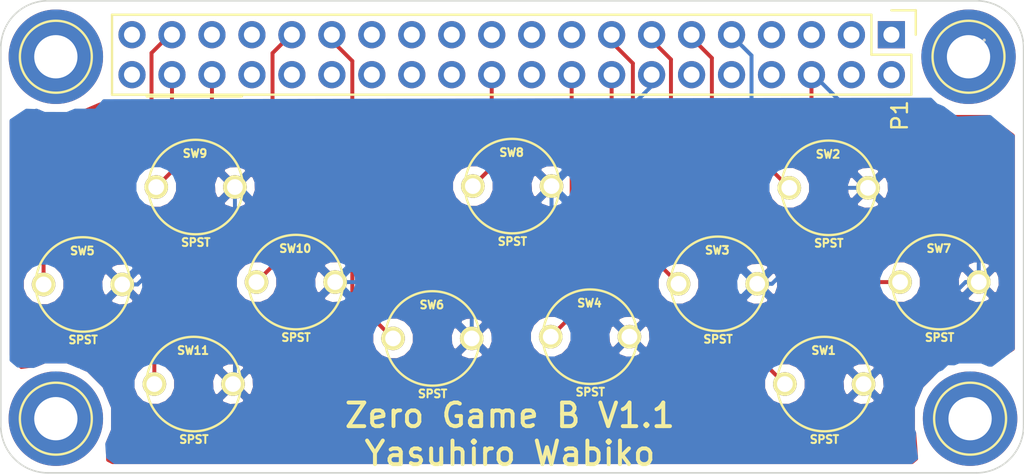
<source format=kicad_pcb>
(kicad_pcb (version 4) (host pcbnew 4.0.4-stable)

  (general
    (links 24)
    (no_connects 0)
    (area 148.451099 74.953599 213.551101 105.053601)
    (thickness 1.6)
    (drawings 15)
    (tracks 117)
    (zones 0)
    (modules 16)
    (nets 39)
  )

  (page A4)
  (layers
    (0 F.Cu signal)
    (31 B.Cu signal)
    (32 B.Adhes user hide)
    (33 F.Adhes user hide)
    (34 B.Paste user hide)
    (35 F.Paste user hide)
    (36 B.SilkS user)
    (37 F.SilkS user)
    (38 B.Mask user)
    (39 F.Mask user)
    (40 Dwgs.User user hide)
    (41 Cmts.User user hide)
    (42 Eco1.User user hide)
    (43 Eco2.User user hide)
    (44 Edge.Cuts user)
    (45 Margin user hide)
    (46 B.CrtYd user hide)
    (47 F.CrtYd user hide)
    (48 B.Fab user hide)
    (49 F.Fab user hide)
  )

  (setup
    (last_trace_width 0.25)
    (trace_clearance 0.2)
    (zone_clearance 0.508)
    (zone_45_only no)
    (trace_min 0.2)
    (segment_width 0.2)
    (edge_width 0.15)
    (via_size 0.6)
    (via_drill 0.4)
    (via_min_size 0.4)
    (via_min_drill 0.3)
    (uvia_size 0.3)
    (uvia_drill 0.1)
    (uvias_allowed no)
    (uvia_min_size 0.2)
    (uvia_min_drill 0.1)
    (pcb_text_width 0.3)
    (pcb_text_size 1.5 1.5)
    (mod_edge_width 0.15)
    (mod_text_size 1 1)
    (mod_text_width 0.15)
    (pad_size 6 6)
    (pad_drill 2.75)
    (pad_to_mask_clearance 0.2)
    (aux_axis_origin 148.5 105.06)
    (grid_origin 50.8 99.06)
    (visible_elements 7FFFFFFF)
    (pcbplotparams
      (layerselection 0x010f0_80000001)
      (usegerberextensions true)
      (excludeedgelayer true)
      (linewidth 0.100000)
      (plotframeref false)
      (viasonmask false)
      (mode 1)
      (useauxorigin false)
      (hpglpennumber 1)
      (hpglpenspeed 20)
      (hpglpendiameter 15)
      (hpglpenoverlay 2)
      (psnegative false)
      (psa4output false)
      (plotreference true)
      (plotvalue true)
      (plotinvisibletext false)
      (padsonsilk false)
      (subtractmaskfromsilk false)
      (outputformat 1)
      (mirror false)
      (drillshape 0)
      (scaleselection 1)
      (outputdirectory ""))
  )

  (net 0 "")
  (net 1 "Net-(P1-Pad1)")
  (net 2 "Net-(P1-Pad4)")
  (net 3 "Net-(P1-Pad7)")
  (net 4 "Net-(P1-Pad8)")
  (net 5 "Net-(P1-Pad10)")
  (net 6 "Net-(P1-Pad11)")
  (net 7 "Net-(P1-Pad12)")
  (net 8 "Net-(P1-Pad13)")
  (net 9 "Net-(P1-Pad15)")
  (net 10 "Net-(P1-Pad16)")
  (net 11 "Net-(P1-Pad17)")
  (net 12 "Net-(P1-Pad18)")
  (net 13 "Net-(P1-Pad19)")
  (net 14 "Net-(P1-Pad20)")
  (net 15 "Net-(P1-Pad21)")
  (net 16 "Net-(P1-Pad22)")
  (net 17 "Net-(P1-Pad23)")
  (net 18 "Net-(P1-Pad24)")
  (net 19 "Net-(P1-Pad26)")
  (net 20 "Net-(P1-Pad27)")
  (net 21 "Net-(P1-Pad28)")
  (net 22 "Net-(P1-Pad29)")
  (net 23 "Net-(P1-Pad30)")
  (net 24 "Net-(P1-Pad31)")
  (net 25 "Net-(P1-Pad32)")
  (net 26 "Net-(P1-Pad33)")
  (net 27 "Net-(P1-Pad35)")
  (net 28 "Net-(P1-Pad36)")
  (net 29 "Net-(P1-Pad37)")
  (net 30 "Net-(P1-Pad38)")
  (net 31 "Net-(P1-Pad40)")
  (net 32 "Net-(P1-Pad2)")
  (net 33 "Net-(P1-Pad3)")
  (net 34 "Net-(P1-Pad5)")
  (net 35 GNDD)
  (net 36 "Net-(P1-Pad25)")
  (net 37 "Net-(P1-Pad34)")
  (net 38 "Net-(P1-Pad39)")

  (net_class Default "This is the default net class."
    (clearance 0.2)
    (trace_width 0.25)
    (via_dia 0.6)
    (via_drill 0.4)
    (uvia_dia 0.3)
    (uvia_drill 0.1)
    (add_net GNDD)
    (add_net "Net-(P1-Pad1)")
    (add_net "Net-(P1-Pad10)")
    (add_net "Net-(P1-Pad11)")
    (add_net "Net-(P1-Pad12)")
    (add_net "Net-(P1-Pad13)")
    (add_net "Net-(P1-Pad15)")
    (add_net "Net-(P1-Pad16)")
    (add_net "Net-(P1-Pad17)")
    (add_net "Net-(P1-Pad18)")
    (add_net "Net-(P1-Pad19)")
    (add_net "Net-(P1-Pad2)")
    (add_net "Net-(P1-Pad20)")
    (add_net "Net-(P1-Pad21)")
    (add_net "Net-(P1-Pad22)")
    (add_net "Net-(P1-Pad23)")
    (add_net "Net-(P1-Pad24)")
    (add_net "Net-(P1-Pad25)")
    (add_net "Net-(P1-Pad26)")
    (add_net "Net-(P1-Pad27)")
    (add_net "Net-(P1-Pad28)")
    (add_net "Net-(P1-Pad29)")
    (add_net "Net-(P1-Pad3)")
    (add_net "Net-(P1-Pad30)")
    (add_net "Net-(P1-Pad31)")
    (add_net "Net-(P1-Pad32)")
    (add_net "Net-(P1-Pad33)")
    (add_net "Net-(P1-Pad34)")
    (add_net "Net-(P1-Pad35)")
    (add_net "Net-(P1-Pad36)")
    (add_net "Net-(P1-Pad37)")
    (add_net "Net-(P1-Pad38)")
    (add_net "Net-(P1-Pad39)")
    (add_net "Net-(P1-Pad4)")
    (add_net "Net-(P1-Pad40)")
    (add_net "Net-(P1-Pad5)")
    (add_net "Net-(P1-Pad7)")
    (add_net "Net-(P1-Pad8)")
  )

  (module Connect:1pin (layer F.Cu) (tedit 582FC725) (tstamp 582E59D8)
    (at 152 78.56)
    (descr "module 1 pin (ou trou mecanique de percage)")
    (tags DEV)
    (fp_text reference "" (at 0 -3.048) (layer F.SilkS)
      (effects (font (size 1 1) (thickness 0.15)))
    )
    (fp_text value 1pin (at 0 2.794) (layer F.Fab)
      (effects (font (size 1 1) (thickness 0.15)))
    )
    (fp_circle (center 0 0) (end 0 -2.286) (layer F.SilkS) (width 0.15))
    (pad "" np_thru_hole circle (at 0 0) (size 6 6) (drill 2.75) (layers *.Cu *.Mask))
  )

  (module Connect:1pin (layer F.Cu) (tedit 582FC72B) (tstamp 582E59CD)
    (at 152 101.56)
    (descr "module 1 pin (ou trou mecanique de percage)")
    (tags DEV)
    (fp_text reference "" (at 0 -3.048) (layer F.SilkS)
      (effects (font (size 1 1) (thickness 0.15)))
    )
    (fp_text value 1pin (at 0 2.794) (layer F.Fab)
      (effects (font (size 1 1) (thickness 0.15)))
    )
    (fp_circle (center 0 0) (end 0 -2.286) (layer F.SilkS) (width 0.15))
    (pad "" np_thru_hole circle (at 0 0) (size 6 6) (drill 2.75) (layers *.Cu *.Mask))
  )

  (module Connect:1pin (layer F.Cu) (tedit 582FC71D) (tstamp 582E589D)
    (at 210.1 101.56)
    (descr "module 1 pin (ou trou mecanique de percage)")
    (tags DEV)
    (fp_text reference "" (at 0 -3.048) (layer F.SilkS)
      (effects (font (size 1 1) (thickness 0.15)))
    )
    (fp_text value 1pin (at 0 2.794) (layer F.Fab)
      (effects (font (size 1 1) (thickness 0.15)))
    )
    (fp_circle (center 0 0) (end 0 -2.286) (layer F.SilkS) (width 0.15))
    (pad "" np_thru_hole circle (at 0 0) (size 6 6) (drill 2.75) (layers *.Cu *.Mask))
  )

  (module Pin_Headers:Pin_Header_Straight_2x20 (layer F.Cu) (tedit 58942D66) (tstamp 582E4CF6)
    (at 205.1 77.16 270)
    (descr "Through hole pin header")
    (tags "pin header")
    (path /582E40D1)
    (fp_text reference P1 (at 5.14 -0.53 270) (layer F.SilkS)
      (effects (font (size 1 1) (thickness 0.15)))
    )
    (fp_text value CONN_02X20 (at 0 -3.1 270) (layer F.Fab)
      (effects (font (size 1 1) (thickness 0.15)))
    )
    (fp_line (start -1.75 -1.75) (end -1.75 50.05) (layer F.CrtYd) (width 0.05))
    (fp_line (start 4.3 -1.75) (end 4.3 50.05) (layer F.CrtYd) (width 0.05))
    (fp_line (start -1.75 -1.75) (end 4.3 -1.75) (layer F.CrtYd) (width 0.05))
    (fp_line (start -1.75 50.05) (end 4.3 50.05) (layer F.CrtYd) (width 0.05))
    (fp_line (start 3.81 49.53) (end 3.81 -1.27) (layer F.SilkS) (width 0.15))
    (fp_line (start -1.27 1.27) (end -1.27 49.53) (layer F.SilkS) (width 0.15))
    (fp_line (start 3.81 49.53) (end -1.27 49.53) (layer F.SilkS) (width 0.15))
    (fp_line (start 3.81 -1.27) (end 1.27 -1.27) (layer F.SilkS) (width 0.15))
    (fp_line (start 0 -1.55) (end -1.55 -1.55) (layer F.SilkS) (width 0.15))
    (fp_line (start 1.27 -1.27) (end 1.27 1.27) (layer F.SilkS) (width 0.15))
    (fp_line (start 1.27 1.27) (end -1.27 1.27) (layer F.SilkS) (width 0.15))
    (fp_line (start -1.55 -1.55) (end -1.55 0) (layer F.SilkS) (width 0.15))
    (pad 1 thru_hole rect (at 0 0 270) (size 1.7272 1.7272) (drill 1.016) (layers *.Cu *.Mask)
      (net 1 "Net-(P1-Pad1)"))
    (pad 2 thru_hole oval (at 2.54 0 270) (size 1.7272 1.7272) (drill 1.016) (layers *.Cu *.Mask)
      (net 32 "Net-(P1-Pad2)"))
    (pad 3 thru_hole oval (at 0 2.54 270) (size 1.7272 1.7272) (drill 1.016) (layers *.Cu *.Mask)
      (net 33 "Net-(P1-Pad3)"))
    (pad 4 thru_hole oval (at 2.54 2.54 270) (size 1.7272 1.7272) (drill 1.016) (layers *.Cu *.Mask)
      (net 2 "Net-(P1-Pad4)"))
    (pad 5 thru_hole oval (at 0 5.08 270) (size 1.7272 1.7272) (drill 1.016) (layers *.Cu *.Mask)
      (net 34 "Net-(P1-Pad5)"))
    (pad 6 thru_hole oval (at 2.54 5.08 270) (size 1.7272 1.7272) (drill 1.016) (layers *.Cu *.Mask)
      (net 35 GNDD))
    (pad 7 thru_hole oval (at 0 7.62 270) (size 1.7272 1.7272) (drill 1.016) (layers *.Cu *.Mask)
      (net 3 "Net-(P1-Pad7)"))
    (pad 8 thru_hole oval (at 2.54 7.62 270) (size 1.7272 1.7272) (drill 1.016) (layers *.Cu *.Mask)
      (net 4 "Net-(P1-Pad8)"))
    (pad 9 thru_hole oval (at 0 10.16 270) (size 1.7272 1.7272) (drill 1.016) (layers *.Cu *.Mask)
      (net 35 GNDD))
    (pad 10 thru_hole oval (at 2.54 10.16 270) (size 1.7272 1.7272) (drill 1.016) (layers *.Cu *.Mask)
      (net 5 "Net-(P1-Pad10)"))
    (pad 11 thru_hole oval (at 0 12.7 270) (size 1.7272 1.7272) (drill 1.016) (layers *.Cu *.Mask)
      (net 6 "Net-(P1-Pad11)"))
    (pad 12 thru_hole oval (at 2.54 12.7 270) (size 1.7272 1.7272) (drill 1.016) (layers *.Cu *.Mask)
      (net 7 "Net-(P1-Pad12)"))
    (pad 13 thru_hole oval (at 0 15.24 270) (size 1.7272 1.7272) (drill 1.016) (layers *.Cu *.Mask)
      (net 8 "Net-(P1-Pad13)"))
    (pad 14 thru_hole oval (at 2.54 15.24 270) (size 1.7272 1.7272) (drill 1.016) (layers *.Cu *.Mask)
      (net 35 GNDD))
    (pad 15 thru_hole oval (at 0 17.78 270) (size 1.7272 1.7272) (drill 1.016) (layers *.Cu *.Mask)
      (net 9 "Net-(P1-Pad15)"))
    (pad 16 thru_hole oval (at 2.54 17.78 270) (size 1.7272 1.7272) (drill 1.016) (layers *.Cu *.Mask)
      (net 10 "Net-(P1-Pad16)"))
    (pad 17 thru_hole oval (at 0 20.32 270) (size 1.7272 1.7272) (drill 1.016) (layers *.Cu *.Mask)
      (net 11 "Net-(P1-Pad17)"))
    (pad 18 thru_hole oval (at 2.54 20.32 270) (size 1.7272 1.7272) (drill 1.016) (layers *.Cu *.Mask)
      (net 12 "Net-(P1-Pad18)"))
    (pad 19 thru_hole oval (at 0 22.86 270) (size 1.7272 1.7272) (drill 1.016) (layers *.Cu *.Mask)
      (net 13 "Net-(P1-Pad19)"))
    (pad 20 thru_hole oval (at 2.54 22.86 270) (size 1.7272 1.7272) (drill 1.016) (layers *.Cu *.Mask)
      (net 14 "Net-(P1-Pad20)"))
    (pad 21 thru_hole oval (at 0 25.4 270) (size 1.7272 1.7272) (drill 1.016) (layers *.Cu *.Mask)
      (net 15 "Net-(P1-Pad21)"))
    (pad 22 thru_hole oval (at 2.54 25.4 270) (size 1.7272 1.7272) (drill 1.016) (layers *.Cu *.Mask)
      (net 16 "Net-(P1-Pad22)"))
    (pad 23 thru_hole oval (at 0 27.94 270) (size 1.7272 1.7272) (drill 1.016) (layers *.Cu *.Mask)
      (net 17 "Net-(P1-Pad23)"))
    (pad 24 thru_hole oval (at 2.54 27.94 270) (size 1.7272 1.7272) (drill 1.016) (layers *.Cu *.Mask)
      (net 18 "Net-(P1-Pad24)"))
    (pad 25 thru_hole oval (at 0 30.48 270) (size 1.7272 1.7272) (drill 1.016) (layers *.Cu *.Mask)
      (net 36 "Net-(P1-Pad25)"))
    (pad 26 thru_hole oval (at 2.54 30.48 270) (size 1.7272 1.7272) (drill 1.016) (layers *.Cu *.Mask)
      (net 19 "Net-(P1-Pad26)"))
    (pad 27 thru_hole oval (at 0 33.02 270) (size 1.7272 1.7272) (drill 1.016) (layers *.Cu *.Mask)
      (net 20 "Net-(P1-Pad27)"))
    (pad 28 thru_hole oval (at 2.54 33.02 270) (size 1.7272 1.7272) (drill 1.016) (layers *.Cu *.Mask)
      (net 21 "Net-(P1-Pad28)"))
    (pad 29 thru_hole oval (at 0 35.56 270) (size 1.7272 1.7272) (drill 1.016) (layers *.Cu *.Mask)
      (net 22 "Net-(P1-Pad29)"))
    (pad 30 thru_hole oval (at 2.54 35.56 270) (size 1.7272 1.7272) (drill 1.016) (layers *.Cu *.Mask)
      (net 23 "Net-(P1-Pad30)"))
    (pad 31 thru_hole oval (at 0 38.1 270) (size 1.7272 1.7272) (drill 1.016) (layers *.Cu *.Mask)
      (net 24 "Net-(P1-Pad31)"))
    (pad 32 thru_hole oval (at 2.54 38.1 270) (size 1.7272 1.7272) (drill 1.016) (layers *.Cu *.Mask)
      (net 25 "Net-(P1-Pad32)"))
    (pad 33 thru_hole oval (at 0 40.64 270) (size 1.7272 1.7272) (drill 1.016) (layers *.Cu *.Mask)
      (net 26 "Net-(P1-Pad33)"))
    (pad 34 thru_hole oval (at 2.54 40.64 270) (size 1.7272 1.7272) (drill 1.016) (layers *.Cu *.Mask)
      (net 37 "Net-(P1-Pad34)"))
    (pad 35 thru_hole oval (at 0 43.18 270) (size 1.7272 1.7272) (drill 1.016) (layers *.Cu *.Mask)
      (net 27 "Net-(P1-Pad35)"))
    (pad 36 thru_hole oval (at 2.54 43.18 270) (size 1.7272 1.7272) (drill 1.016) (layers *.Cu *.Mask)
      (net 28 "Net-(P1-Pad36)"))
    (pad 37 thru_hole oval (at 0 45.72 270) (size 1.7272 1.7272) (drill 1.016) (layers *.Cu *.Mask)
      (net 29 "Net-(P1-Pad37)"))
    (pad 38 thru_hole oval (at 2.54 45.72 270) (size 1.7272 1.7272) (drill 1.016) (layers *.Cu *.Mask)
      (net 30 "Net-(P1-Pad38)"))
    (pad 39 thru_hole oval (at 0 48.26 270) (size 1.7272 1.7272) (drill 1.016) (layers *.Cu *.Mask)
      (net 38 "Net-(P1-Pad39)"))
    (pad 40 thru_hole oval (at 2.54 48.26 270) (size 1.7272 1.7272) (drill 1.016) (layers *.Cu *.Mask)
      (net 31 "Net-(P1-Pad40)"))
    (model Pin_Headers.3dshapes/Pin_Header_Straight_2x20.wrl
      (at (xyz 0.05 -0.95 0))
      (scale (xyz 1 1 1))
      (rotate (xyz 0 0 90))
    )
  )

  (module Connect:1pin (layer F.Cu) (tedit 582FC714) (tstamp 582E53DD)
    (at 210 78.56)
    (descr "module 1 pin (ou trou mecanique de percage)")
    (tags DEV)
    (fp_text reference "" (at 0 -3.048) (layer F.SilkS)
      (effects (font (size 1 1) (thickness 0.15)))
    )
    (fp_text value 1pin (at 0 2.794) (layer F.Fab)
      (effects (font (size 1 1) (thickness 0.15)))
    )
    (fp_circle (center 0 0) (end 0 -2.286) (layer F.SilkS) (width 0.15))
    (pad "" np_thru_hole circle (at 0 0) (size 6 6) (drill 2.75) (layers *.Cu *.Mask))
  )

  (module brunoeagle:EVQ11 (layer F.Cu) (tedit 53CFD116) (tstamp 58942982)
    (at 200.83 99.36)
    (path /5840B646)
    (fp_text reference SW1 (at -0.0381 -2.1336) (layer F.SilkS)
      (effects (font (size 0.5 0.5) (thickness 0.125)))
    )
    (fp_text value SPST (at 0.0127 3.52044) (layer F.SilkS)
      (effects (font (size 0.5 0.5) (thickness 0.125)))
    )
    (fp_circle (center 0 0) (end 3.00228 0) (layer F.SilkS) (width 0.15))
    (pad 2 thru_hole circle (at 2.5 0) (size 1.5 1.5) (drill 1) (layers *.Cu *.Mask F.SilkS)
      (net 35 GNDD))
    (pad 1 thru_hole circle (at -2.5 0) (size 1.5 1.5) (drill 1) (layers *.Cu *.Mask F.SilkS)
      (net 9 "Net-(P1-Pad15)"))
  )

  (module brunoeagle:EVQ11 (layer F.Cu) (tedit 53CFD116) (tstamp 58942988)
    (at 201.11 86.89)
    (path /5840B676)
    (fp_text reference SW2 (at -0.0381 -2.1336) (layer F.SilkS)
      (effects (font (size 0.5 0.5) (thickness 0.125)))
    )
    (fp_text value SPST (at 0.0127 3.52044) (layer F.SilkS)
      (effects (font (size 0.5 0.5) (thickness 0.125)))
    )
    (fp_circle (center 0 0) (end 3.00228 0) (layer F.SilkS) (width 0.15))
    (pad 2 thru_hole circle (at 2.5 0) (size 1.5 1.5) (drill 1) (layers *.Cu *.Mask F.SilkS)
      (net 35 GNDD))
    (pad 1 thru_hole circle (at -2.5 0) (size 1.5 1.5) (drill 1) (layers *.Cu *.Mask F.SilkS)
      (net 6 "Net-(P1-Pad11)"))
  )

  (module brunoeagle:EVQ11 (layer F.Cu) (tedit 53CFD116) (tstamp 5894298E)
    (at 194.07 92.99)
    (path /5840B6C0)
    (fp_text reference SW3 (at -0.0381 -2.1336) (layer F.SilkS)
      (effects (font (size 0.5 0.5) (thickness 0.125)))
    )
    (fp_text value SPST (at 0.0127 3.52044) (layer F.SilkS)
      (effects (font (size 0.5 0.5) (thickness 0.125)))
    )
    (fp_circle (center 0 0) (end 3.00228 0) (layer F.SilkS) (width 0.15))
    (pad 2 thru_hole circle (at 2.5 0) (size 1.5 1.5) (drill 1) (layers *.Cu *.Mask F.SilkS)
      (net 35 GNDD))
    (pad 1 thru_hole circle (at -2.5 0) (size 1.5 1.5) (drill 1) (layers *.Cu *.Mask F.SilkS)
      (net 10 "Net-(P1-Pad16)"))
  )

  (module brunoeagle:EVQ11 (layer F.Cu) (tedit 53CFD116) (tstamp 58942994)
    (at 185.95 96.35)
    (path /5840B704)
    (fp_text reference SW4 (at -0.0381 -2.1336) (layer F.SilkS)
      (effects (font (size 0.5 0.5) (thickness 0.125)))
    )
    (fp_text value SPST (at 0.0127 3.52044) (layer F.SilkS)
      (effects (font (size 0.5 0.5) (thickness 0.125)))
    )
    (fp_circle (center 0 0) (end 3.00228 0) (layer F.SilkS) (width 0.15))
    (pad 2 thru_hole circle (at 2.5 0) (size 1.5 1.5) (drill 1) (layers *.Cu *.Mask F.SilkS)
      (net 35 GNDD))
    (pad 1 thru_hole circle (at -2.5 0) (size 1.5 1.5) (drill 1) (layers *.Cu *.Mask F.SilkS)
      (net 12 "Net-(P1-Pad18)"))
  )

  (module brunoeagle:EVQ11 (layer F.Cu) (tedit 53CFD116) (tstamp 5894299A)
    (at 153.72 93.03)
    (path /5840B73D)
    (fp_text reference SW5 (at -0.0381 -2.1336) (layer F.SilkS)
      (effects (font (size 0.5 0.5) (thickness 0.125)))
    )
    (fp_text value SPST (at 0.0127 3.52044) (layer F.SilkS)
      (effects (font (size 0.5 0.5) (thickness 0.125)))
    )
    (fp_circle (center 0 0) (end 3.00228 0) (layer F.SilkS) (width 0.15))
    (pad 2 thru_hole circle (at 2.5 0) (size 1.5 1.5) (drill 1) (layers *.Cu *.Mask F.SilkS)
      (net 35 GNDD))
    (pad 1 thru_hole circle (at -2.5 0) (size 1.5 1.5) (drill 1) (layers *.Cu *.Mask F.SilkS)
      (net 29 "Net-(P1-Pad37)"))
  )

  (module brunoeagle:EVQ11 (layer F.Cu) (tedit 53CFD116) (tstamp 589429A0)
    (at 175.93 96.46)
    (path /5840B77F)
    (fp_text reference SW6 (at -0.0381 -2.1336) (layer F.SilkS)
      (effects (font (size 0.5 0.5) (thickness 0.125)))
    )
    (fp_text value SPST (at 0.0127 3.52044) (layer F.SilkS)
      (effects (font (size 0.5 0.5) (thickness 0.125)))
    )
    (fp_circle (center 0 0) (end 3.00228 0) (layer F.SilkS) (width 0.15))
    (pad 2 thru_hole circle (at 2.5 0) (size 1.5 1.5) (drill 1) (layers *.Cu *.Mask F.SilkS)
      (net 35 GNDD))
    (pad 1 thru_hole circle (at -2.5 0) (size 1.5 1.5) (drill 1) (layers *.Cu *.Mask F.SilkS)
      (net 22 "Net-(P1-Pad29)"))
  )

  (module brunoeagle:EVQ11 (layer F.Cu) (tedit 53CFD116) (tstamp 589429A6)
    (at 208.15 92.88)
    (path /5840B167)
    (fp_text reference SW7 (at -0.0381 -2.1336) (layer F.SilkS)
      (effects (font (size 0.5 0.5) (thickness 0.125)))
    )
    (fp_text value SPST (at 0.0127 3.52044) (layer F.SilkS)
      (effects (font (size 0.5 0.5) (thickness 0.125)))
    )
    (fp_circle (center 0 0) (end 3.00228 0) (layer F.SilkS) (width 0.15))
    (pad 2 thru_hole circle (at 2.5 0) (size 1.5 1.5) (drill 1) (layers *.Cu *.Mask F.SilkS)
      (net 35 GNDD))
    (pad 1 thru_hole circle (at -2.5 0) (size 1.5 1.5) (drill 1) (layers *.Cu *.Mask F.SilkS)
      (net 8 "Net-(P1-Pad13)"))
  )

  (module brunoeagle:EVQ11 (layer F.Cu) (tedit 53CFD116) (tstamp 589429AC)
    (at 181 86.78)
    (path /584104A2)
    (fp_text reference SW8 (at -0.0381 -2.1336) (layer F.SilkS)
      (effects (font (size 0.5 0.5) (thickness 0.125)))
    )
    (fp_text value SPST (at 0.0127 3.52044) (layer F.SilkS)
      (effects (font (size 0.5 0.5) (thickness 0.125)))
    )
    (fp_circle (center 0 0) (end 3.00228 0) (layer F.SilkS) (width 0.15))
    (pad 2 thru_hole circle (at 2.5 0) (size 1.5 1.5) (drill 1) (layers *.Cu *.Mask F.SilkS)
      (net 35 GNDD))
    (pad 1 thru_hole circle (at -2.5 0) (size 1.5 1.5) (drill 1) (layers *.Cu *.Mask F.SilkS)
      (net 16 "Net-(P1-Pad22)"))
  )

  (module brunoeagle:EVQ11 (layer F.Cu) (tedit 53CFD116) (tstamp 589429B2)
    (at 160.88 86.84)
    (path /58410462)
    (fp_text reference SW9 (at -0.0381 -2.1336) (layer F.SilkS)
      (effects (font (size 0.5 0.5) (thickness 0.125)))
    )
    (fp_text value SPST (at 0.0127 3.52044) (layer F.SilkS)
      (effects (font (size 0.5 0.5) (thickness 0.125)))
    )
    (fp_circle (center 0 0) (end 3.00228 0) (layer F.SilkS) (width 0.15))
    (pad 2 thru_hole circle (at 2.5 0) (size 1.5 1.5) (drill 1) (layers *.Cu *.Mask F.SilkS)
      (net 35 GNDD))
    (pad 1 thru_hole circle (at -2.5 0) (size 1.5 1.5) (drill 1) (layers *.Cu *.Mask F.SilkS)
      (net 28 "Net-(P1-Pad36)"))
  )

  (module brunoeagle:EVQ11 (layer F.Cu) (tedit 53CFD116) (tstamp 589429B8)
    (at 167.25 92.88)
    (path /58410D6B)
    (fp_text reference SW10 (at -0.0381 -2.1336) (layer F.SilkS)
      (effects (font (size 0.5 0.5) (thickness 0.125)))
    )
    (fp_text value SPST (at 0.0127 3.52044) (layer F.SilkS)
      (effects (font (size 0.5 0.5) (thickness 0.125)))
    )
    (fp_circle (center 0 0) (end 3.00228 0) (layer F.SilkS) (width 0.15))
    (pad 2 thru_hole circle (at 2.5 0) (size 1.5 1.5) (drill 1) (layers *.Cu *.Mask F.SilkS)
      (net 35 GNDD))
    (pad 1 thru_hole circle (at -2.5 0) (size 1.5 1.5) (drill 1) (layers *.Cu *.Mask F.SilkS)
      (net 24 "Net-(P1-Pad31)"))
  )

  (module brunoeagle:EVQ11 (layer F.Cu) (tedit 53CFD116) (tstamp 589429BE)
    (at 160.76 99.36)
    (path /58410D0A)
    (fp_text reference SW11 (at -0.0381 -2.1336) (layer F.SilkS)
      (effects (font (size 0.5 0.5) (thickness 0.125)))
    )
    (fp_text value SPST (at 0.0127 3.52044) (layer F.SilkS)
      (effects (font (size 0.5 0.5) (thickness 0.125)))
    )
    (fp_circle (center 0 0) (end 3.00228 0) (layer F.SilkS) (width 0.15))
    (pad 2 thru_hole circle (at 2.5 0) (size 1.5 1.5) (drill 1) (layers *.Cu *.Mask F.SilkS)
      (net 35 GNDD))
    (pad 1 thru_hole circle (at -2.5 0) (size 1.5 1.5) (drill 1) (layers *.Cu *.Mask F.SilkS)
      (net 30 "Net-(P1-Pad38)"))
  )

  (gr_line (start 157.8 81.06) (end 163.8 81.06) (angle 90) (layer F.SilkS) (width 0.2))
  (gr_text "Zero Game B V1.1\nYasuhiro Wabiko\n" (at 180.85 102.56) (layer F.SilkS)
    (effects (font (size 1.5 1.5) (thickness 0.25)))
  )
  (gr_line (start 152 78.46) (end 152 77.46) (angle 90) (layer B.SilkS) (width 0.2))
  (gr_line (start 148.5011 102.0036) (end 148.5011 78.0036) (layer Edge.Cuts) (width 0.1))
  (gr_line (start 210.5011 105.0036) (end 151.5011 105.0036) (layer Edge.Cuts) (width 0.1))
  (gr_line (start 213.5011 78.0036) (end 213.5011 102.0036) (layer Edge.Cuts) (width 0.1))
  (gr_line (start 151.5011 75.0036) (end 210.5011 75.0036) (layer Edge.Cuts) (width 0.1))
  (gr_arc (start 151.5011 78.0036) (end 151.5011 75.0036) (angle -90) (layer Edge.Cuts) (width 0.1))
  (gr_circle (center 152.0011 77.5036) (end 152.0011 77.5036) (layer Edge.Cuts) (width 0.1))
  (gr_arc (start 210.5011 78.0036) (end 213.5011 78.0036) (angle -90) (layer Edge.Cuts) (width 0.1))
  (gr_circle (center 211.0011 77.5036) (end 211.0011 77.5036) (layer Edge.Cuts) (width 0.1))
  (gr_arc (start 210.5011 102.0036) (end 210.5011 105.0036) (angle -90) (layer Edge.Cuts) (width 0.1))
  (gr_circle (center 211.0011 101.5036) (end 211.0011 101.5036) (layer Edge.Cuts) (width 0.1))
  (gr_arc (start 151.5011 102.0036) (end 148.5011 102.0036) (angle -90) (layer Edge.Cuts) (width 0.1))
  (gr_circle (center 152.0011 101.5036) (end 152.0011 101.5036) (layer Edge.Cuts) (width 0.1))

  (segment (start 202.62 79.76) (end 202.8 79.76) (width 0.25) (layer F.Cu) (net 2) (status 30))
  (segment (start 197.54 77.22) (end 197.54 77.32) (width 0.25) (layer B.Cu) (net 3) (status 30))
  (segment (start 197.48 79.7) (end 197.48 80.14) (width 0.25) (layer F.Cu) (net 4) (status 30))
  (segment (start 197.54 79.76) (end 197.54 80.22) (width 0.25) (layer F.Cu) (net 4) (status 30))
  (segment (start 192.4 77.16) (end 192.4 77.35) (width 0.25) (layer F.Cu) (net 6))
  (segment (start 192.4 77.35) (end 193.69 78.64) (width 0.25) (layer F.Cu) (net 6) (tstamp 58942C1A))
  (segment (start 193.69 81.97) (end 198.61 86.89) (width 0.25) (layer F.Cu) (net 6) (tstamp 58942C1D))
  (segment (start 193.69 78.64) (end 193.69 81.97) (width 0.25) (layer F.Cu) (net 6) (tstamp 58942C1B))
  (segment (start 192.4 77.16) (end 192.4 77.41) (width 0.25) (layer F.Cu) (net 6) (status 30))
  (segment (start 189.86 77.16) (end 189.86 77.5) (width 0.25) (layer F.Cu) (net 8))
  (segment (start 189.86 77.5) (end 191.09 78.73) (width 0.25) (layer F.Cu) (net 8) (tstamp 58942C11))
  (segment (start 201.17 92.88) (end 205.65 92.88) (width 0.25) (layer F.Cu) (net 8) (tstamp 58942C16))
  (segment (start 191.09 82.8) (end 201.17 92.88) (width 0.25) (layer F.Cu) (net 8) (tstamp 58942C14))
  (segment (start 191.09 78.73) (end 191.09 82.8) (width 0.25) (layer F.Cu) (net 8) (tstamp 58942C12))
  (segment (start 189.86 77.16) (end 189.86 77.42) (width 0.25) (layer F.Cu) (net 8) (status 30))
  (segment (start 187.32 77.16) (end 187.32 77.63) (width 0.25) (layer F.Cu) (net 9))
  (segment (start 187.32 77.63) (end 188.67 78.98) (width 0.25) (layer F.Cu) (net 9) (tstamp 58942C05))
  (segment (start 195 96.03) (end 198.33 99.36) (width 0.25) (layer F.Cu) (net 9) (tstamp 58942C0C))
  (segment (start 195 92.4) (end 195 96.03) (width 0.25) (layer F.Cu) (net 9) (tstamp 58942C0A))
  (segment (start 188.67 86.07) (end 195 92.4) (width 0.25) (layer F.Cu) (net 9) (tstamp 58942C08))
  (segment (start 188.67 78.98) (end 188.67 86.07) (width 0.25) (layer F.Cu) (net 9) (tstamp 58942C06))
  (segment (start 187.32 77.16) (end 187.32 77.29) (width 0.25) (layer F.Cu) (net 9) (status 30))
  (segment (start 187.32 79.7) (end 187.32 88.74) (width 0.25) (layer F.Cu) (net 10))
  (segment (start 187.32 88.74) (end 191.57 92.99) (width 0.25) (layer F.Cu) (net 10) (tstamp 58942C01))
  (segment (start 184.78 79.7) (end 184.78 95.02) (width 0.25) (layer F.Cu) (net 12))
  (segment (start 184.78 95.02) (end 183.45 96.35) (width 0.25) (layer F.Cu) (net 12) (tstamp 58942BFD))
  (segment (start 182.3 77.22) (end 182.56 77.22) (width 0.25) (layer F.Cu) (net 13) (status 30))
  (segment (start 182.3 77.22) (end 182.3 77.36) (width 0.25) (layer F.Cu) (net 13) (status 30))
  (segment (start 179.7 79.7) (end 179.7 85.58) (width 0.25) (layer F.Cu) (net 16))
  (segment (start 179.7 85.58) (end 178.5 86.78) (width 0.25) (layer F.Cu) (net 16) (tstamp 58942BF9))
  (segment (start 179.7 79.7) (end 179.7 80.26) (width 0.25) (layer F.Cu) (net 16) (status 30))
  (segment (start 177.22 77.22) (end 177.22 77.38) (width 0.25) (layer F.Cu) (net 17) (status 30))
  (segment (start 177.22 77.22) (end 177.26 77.22) (width 0.25) (layer F.Cu) (net 17) (status 30))
  (segment (start 174.68 79.76) (end 174.68 80.04) (width 0.25) (layer F.Cu) (net 19) (status 30))
  (segment (start 172.14 79.76) (end 172.14 80.3) (width 0.25) (layer B.Cu) (net 21) (status 30))
  (segment (start 172.14 79.76) (end 172.14 80.2) (width 0.25) (layer F.Cu) (net 21) (status 30))
  (segment (start 169.54 77.16) (end 169.54 77.53) (width 0.25) (layer F.Cu) (net 22))
  (segment (start 169.54 77.53) (end 170.84 78.83) (width 0.25) (layer F.Cu) (net 22) (tstamp 58942BF2))
  (segment (start 170.84 78.83) (end 170.84 93.87) (width 0.25) (layer F.Cu) (net 22) (tstamp 58942BF3))
  (segment (start 170.84 93.87) (end 173.43 96.46) (width 0.25) (layer F.Cu) (net 22) (tstamp 58942BF5))
  (segment (start 169.6 76.82) (end 169.86 76.82) (width 0.25) (layer F.Cu) (net 22) (status 30))
  (segment (start 169.6 76.82) (end 169.76 76.82) (width 0.25) (layer F.Cu) (net 22) (status 30))
  (segment (start 169.6 76.82) (end 170.16 76.82) (width 0.25) (layer F.Cu) (net 22) (status 30))
  (segment (start 169.6 77.22) (end 169.24 77.22) (width 0.25) (layer F.Cu) (net 22) (status 30))
  (segment (start 169.6 79.76) (end 169.6 80.16) (width 0.25) (layer F.Cu) (net 23) (status 30))
  (segment (start 169.6 79.76) (end 169.6 79.96) (width 0.25) (layer F.Cu) (net 23) (status 30))
  (segment (start 167 77.16) (end 166.94 77.16) (width 0.25) (layer F.Cu) (net 24))
  (segment (start 166.94 77.16) (end 165.77 78.33) (width 0.25) (layer F.Cu) (net 24) (tstamp 58942BEB))
  (segment (start 165.77 78.33) (end 165.77 91.86) (width 0.25) (layer F.Cu) (net 24) (tstamp 58942BEC))
  (segment (start 165.77 91.86) (end 164.75 92.88) (width 0.25) (layer F.Cu) (net 24) (tstamp 58942BEE))
  (segment (start 167.06 77.22) (end 167.06 77.42) (width 0.25) (layer F.Cu) (net 24) (status 30))
  (segment (start 164.52 77.22) (end 164.44 77.22) (width 0.25) (layer F.Cu) (net 26) (status 30))
  (segment (start 161.92 77.16) (end 161.92 77.54) (width 0.25) (layer F.Cu) (net 27) (status 30))
  (segment (start 161.98 76.94) (end 161.98 76.82) (width 0.25) (layer B.Cu) (net 27) (tstamp 582E586E) (status 30))
  (segment (start 161.98 76.82) (end 162.36 76.82) (width 0.25) (layer F.Cu) (net 27) (status 30))
  (segment (start 161.98 76.82) (end 161.64 76.82) (width 0.25) (layer F.Cu) (net 27) (status 30))
  (segment (start 161.92 79.7) (end 161.92 83.3) (width 0.25) (layer F.Cu) (net 28))
  (segment (start 161.92 83.3) (end 158.38 86.84) (width 0.25) (layer F.Cu) (net 28) (tstamp 58942BE7))
  (segment (start 161.98 79.36) (end 162 79.36) (width 0.25) (layer B.Cu) (net 28) (status 30))
  (segment (start 159.38 77.16) (end 159.24 77.16) (width 0.25) (layer F.Cu) (net 29))
  (segment (start 159.24 77.16) (end 158.08 78.32) (width 0.25) (layer F.Cu) (net 29) (tstamp 58942BD4))
  (segment (start 151.22 90.74) (end 151.22 93.03) (width 0.25) (layer F.Cu) (net 29) (tstamp 58942BD9))
  (segment (start 158.08 83.88) (end 151.22 90.74) (width 0.25) (layer F.Cu) (net 29) (tstamp 58942BD7))
  (segment (start 158.08 78.32) (end 158.08 83.88) (width 0.25) (layer F.Cu) (net 29) (tstamp 58942BD5))
  (segment (start 159.38 77.16) (end 159.3 77.16) (width 0.25) (layer F.Cu) (net 29) (status 30))
  (segment (start 159.38 79.7) (end 159.38 83.81) (width 0.25) (layer F.Cu) (net 30))
  (segment (start 158.26 92.68) (end 158.26 99.36) (width 0.25) (layer F.Cu) (net 30) (tstamp 58942BE3))
  (segment (start 156.88 91.3) (end 158.26 92.68) (width 0.25) (layer F.Cu) (net 30) (tstamp 58942BE1))
  (segment (start 156.88 86.31) (end 156.88 91.3) (width 0.25) (layer F.Cu) (net 30) (tstamp 58942BDF))
  (segment (start 159.38 83.81) (end 156.88 86.31) (width 0.25) (layer F.Cu) (net 30) (tstamp 58942BDD))
  (segment (start 159.44 80.42) (end 159.44 79.76) (width 0.25) (layer F.Cu) (net 30) (tstamp 58409E08) (status 30))
  (segment (start 159.44 79.76) (end 159.44 80.12) (width 0.25) (layer F.Cu) (net 30) (status 30))
  (segment (start 159.44 79.36) (end 159.44 79.5) (width 0.25) (layer B.Cu) (net 30) (status 30))
  (segment (start 205.16 79.76) (end 205.16 80.37) (width 0.25) (layer B.Cu) (net 32) (status 30))
  (segment (start 200.08 77.22) (end 200.16 77.22) (width 0.25) (layer F.Cu) (net 34) (status 30))
  (segment (start 200.08 77.22) (end 200.08 77.54) (width 0.25) (layer F.Cu) (net 34) (status 30))
  (segment (start 200.02 79.7) (end 200.02 83.3) (width 0.25) (layer F.Cu) (net 35))
  (segment (start 200.02 83.3) (end 203.61 86.89) (width 0.25) (layer F.Cu) (net 35) (tstamp 58942C4C))
  (segment (start 210.65 92.88) (end 209.81 92.88) (width 0.25) (layer B.Cu) (net 35))
  (segment (start 209.81 92.88) (end 203.33 99.36) (width 0.25) (layer B.Cu) (net 35) (tstamp 58942C49))
  (segment (start 196.57 92.99) (end 197.51 92.99) (width 0.25) (layer B.Cu) (net 35))
  (segment (start 197.51 92.99) (end 203.61 86.89) (width 0.25) (layer B.Cu) (net 35) (tstamp 58942C46))
  (segment (start 183.5 86.78) (end 183.5 91.4) (width 0.25) (layer B.Cu) (net 35))
  (segment (start 183.5 91.4) (end 188.45 96.35) (width 0.25) (layer B.Cu) (net 35) (tstamp 58942C42))
  (segment (start 169.75 92.88) (end 174.85 92.88) (width 0.25) (layer B.Cu) (net 35))
  (segment (start 174.85 92.88) (end 178.43 96.46) (width 0.25) (layer B.Cu) (net 35) (tstamp 58942C3B))
  (segment (start 178.43 96.46) (end 178.43 91.85) (width 0.25) (layer B.Cu) (net 35) (tstamp 58942C3D))
  (segment (start 178.43 91.85) (end 183.5 86.78) (width 0.25) (layer B.Cu) (net 35) (tstamp 58942C3E))
  (segment (start 163.38 86.84) (end 163.71 86.84) (width 0.25) (layer B.Cu) (net 35))
  (segment (start 163.71 86.84) (end 169.75 92.88) (width 0.25) (layer B.Cu) (net 35) (tstamp 58942C38))
  (segment (start 163.38 86.84) (end 163.38 99.24) (width 0.25) (layer B.Cu) (net 35))
  (segment (start 163.38 99.24) (end 163.26 99.36) (width 0.25) (layer B.Cu) (net 35) (tstamp 58942C35))
  (segment (start 156.22 93.03) (end 157.19 93.03) (width 0.25) (layer B.Cu) (net 35))
  (segment (start 157.19 93.03) (end 163.38 86.84) (width 0.25) (layer B.Cu) (net 35) (tstamp 58942C32))
  (segment (start 189.86 79.7) (end 189.86 80.42) (width 0.25) (layer B.Cu) (net 35))
  (segment (start 189.86 80.42) (end 183.5 86.78) (width 0.25) (layer B.Cu) (net 35) (tstamp 58942C2F))
  (segment (start 194.94 77.16) (end 194.94 77.21) (width 0.25) (layer B.Cu) (net 35))
  (segment (start 194.94 77.21) (end 196.21 78.48) (width 0.25) (layer B.Cu) (net 35) (tstamp 58942C26))
  (segment (start 196.21 78.48) (end 196.21 81.27) (width 0.25) (layer B.Cu) (net 35) (tstamp 58942C27))
  (segment (start 196.21 81.27) (end 201.83 86.89) (width 0.25) (layer B.Cu) (net 35) (tstamp 58942C29))
  (segment (start 201.83 86.89) (end 203.61 86.89) (width 0.25) (layer B.Cu) (net 35) (tstamp 58942C2B))
  (segment (start 200.02 79.7) (end 200.15 79.7) (width 0.25) (layer B.Cu) (net 35))
  (segment (start 200.15 79.7) (end 210.65 90.2) (width 0.25) (layer B.Cu) (net 35) (tstamp 58942C21))
  (segment (start 210.65 90.2) (end 210.65 92.88) (width 0.25) (layer B.Cu) (net 35) (tstamp 58942C22))
  (segment (start 194.94 77.16) (end 195 77.16) (width 0.25) (layer B.Cu) (net 35) (status 30))
  (segment (start 174.62 77.16) (end 174.6 77.16) (width 0.25) (layer F.Cu) (net 36) (status 30))
  (segment (start 174.68 77.22) (end 174.68 77.38) (width 0.25) (layer F.Cu) (net 36) (status 30))
  (segment (start 174.68 77.22) (end 175.06 77.22) (width 0.25) (layer F.Cu) (net 36) (status 30))
  (segment (start 164.46 79.7) (end 164.46 80.32) (width 0.25) (layer F.Cu) (net 37) (status 30))
  (segment (start 156.84 77.16) (end 156.84 77.17) (width 0.25) (layer B.Cu) (net 38) (status 30))
  (segment (start 156.9 76.82) (end 156.74 76.82) (width 0.25) (layer B.Cu) (net 38) (status 30))
  (segment (start 156.9 76.82) (end 157.16 76.82) (width 0.25) (layer B.Cu) (net 38) (status 30))
  (segment (start 156.9 77.22) (end 156.44 77.22) (width 0.25) (layer B.Cu) (net 38) (status 30))
  (segment (start 156.9 77.22) (end 156.54 77.22) (width 0.25) (layer B.Cu) (net 38) (status 30))
  (segment (start 156.9 77.22) (end 156.24 77.22) (width 0.25) (layer B.Cu) (net 38) (status 30))
  (segment (start 156.9 77.22) (end 156.84 77.22) (width 0.25) (layer B.Cu) (net 38) (status 30))
  (segment (start 156.9 77.22) (end 156.96 77.22) (width 0.25) (layer B.Cu) (net 38) (status 30))

  (zone (net 35) (net_name GNDD) (layer F.Cu) (tstamp 58405468) (hatch edge 0.508)
    (connect_pads (clearance 0.508))
    (min_thickness 0.254)
    (fill yes (arc_segments 16) (thermal_gap 0.508) (thermal_bridge_width 0.508))
    (polygon
      (pts
        (xy 208.9 82.26) (xy 211.3 82.26) (xy 213.4 83.86) (xy 213.3 96.96) (xy 211.6 98.06)
        (xy 208.8 97.96) (xy 207.8 98.86) (xy 207.9 98.86) (xy 207.283486 99.509541) (xy 207.25 99.61)
        (xy 207.241534 99.599418) (xy 206.65 101.01) (xy 206.65 102.16) (xy 206.75 103.46) (xy 206.8 104.16)
        (xy 205.95 104.86) (xy 202.25 104.81) (xy 202.170475 104.760297) (xy 159.503687 104.858157) (xy 159.3 104.96)
        (xy 158.7 104.86) (xy 156.4 104.86) (xy 155.2 104.26) (xy 155.1 100.66) (xy 154.625979 99.632954)
        (xy 153.4 98.06) (xy 150.8625 98.235) (xy 150.85 98.26) (xy 149.75 98.41) (xy 148.55 96.86)
        (xy 148.7 83.31) (xy 148.7 83.36) (xy 148.8 82.81) (xy 150.05 81.91) (xy 151.25 81.91)
        (xy 151.04375 82.14125) (xy 153.4 82.06) (xy 154.8 81.46) (xy 207.6 81.26)
      )
    )
    (polygon
      (pts        (xy 207.221705 99.574632) (xy 207.241534 99.599418) (xy 207.275851 99.517585)
      )
    )
    (filled_polygon
      (pts
        (xy 208.822567 82.360663) (xy 208.867831 82.382858) (xy 208.9 82.387) (xy 211.257132 82.387) (xy 212.8161 83.574785)
        (xy 212.8161 97.121844) (xy 211.564576 97.931654) (xy 208.804533 97.833081) (xy 208.754797 97.841317) (xy 208.715041 97.865602)
        (xy 207.715041 98.765602) (xy 207.685009 98.806093) (xy 207.675855 98.843732) (xy 207.020194 99.498249) (xy 206.465632 100.833782)
        (xy 206.46437 102.279874) (xy 206.547281 102.480534) (xy 206.623352 103.469454) (xy 206.668651 104.103647) (xy 206.407637 104.3186)
        (xy 155.601181 104.3186) (xy 155.324839 104.180429) (xy 155.294929 103.103677) (xy 155.634368 102.286218) (xy 155.63563 100.840126)
        (xy 155.0834 99.503628) (xy 154.061751 98.480194) (xy 153.805632 98.373844) (xy 153.500168 97.981928) (xy 153.461902 97.949107)
        (xy 153.391262 97.933301) (xy 152.83678 97.971541) (xy 152.726218 97.925632) (xy 151.280126 97.92437) (xy 150.742601 98.146471)
        (xy 149.805519 98.274254) (xy 149.1861 97.474172) (xy 149.1861 82.688502) (xy 150.090964 82.037) (xy 150.894798 82.037)
        (xy 150.947665 82.058952) (xy 150.92355 82.100251) (xy 150.917069 82.150246) (xy 150.93055 82.198823) (xy 150.961868 82.238329)
        (xy 151.006088 82.262537) (xy 151.048127 82.268175) (xy 153.404377 82.186925) (xy 153.450028 82.176731) (xy 154.826298 81.586901)
        (xy 157.32 81.577455) (xy 157.32 83.565198) (xy 150.682599 90.202599) (xy 150.517852 90.449161) (xy 150.46 90.74)
        (xy 150.46 91.845453) (xy 150.436485 91.855169) (xy 150.046539 92.244436) (xy 149.835241 92.753298) (xy 149.83476 93.304285)
        (xy 150.045169 93.813515) (xy 150.434436 94.203461) (xy 150.943298 94.414759) (xy 151.494285 94.41524) (xy 152.003515 94.204831)
        (xy 152.207183 94.001517) (xy 155.428088 94.001517) (xy 155.496077 94.24246) (xy 156.015171 94.427201) (xy 156.565448 94.39923)
        (xy 156.943923 94.24246) (xy 157.011912 94.001517) (xy 156.22 93.209605) (xy 155.428088 94.001517) (xy 152.207183 94.001517)
        (xy 152.393461 93.815564) (xy 152.604759 93.306702) (xy 152.605179 92.825171) (xy 154.822799 92.825171) (xy 154.85077 93.375448)
        (xy 155.00754 93.753923) (xy 155.248483 93.821912) (xy 156.040395 93.03) (xy 155.248483 92.238088) (xy 155.00754 92.306077)
        (xy 154.822799 92.825171) (xy 152.605179 92.825171) (xy 152.60524 92.755715) (xy 152.394831 92.246485) (xy 152.005564 91.856539)
        (xy 151.98 91.845924) (xy 151.98 91.054802) (xy 156.12 86.914802) (xy 156.12 91.3) (xy 156.177852 91.590839)
        (xy 156.213081 91.643562) (xy 155.874552 91.66077) (xy 155.496077 91.81754) (xy 155.428088 92.058483) (xy 156.22 92.850395)
        (xy 156.234143 92.836253) (xy 156.413748 93.015858) (xy 156.399605 93.03) (xy 157.191517 93.821912) (xy 157.43246 93.753923)
        (xy 157.5 93.564146) (xy 157.5 98.175453) (xy 157.476485 98.185169) (xy 157.086539 98.574436) (xy 156.875241 99.083298)
        (xy 156.87476 99.634285) (xy 157.085169 100.143515) (xy 157.474436 100.533461) (xy 157.983298 100.744759) (xy 158.534285 100.74524)
        (xy 159.043515 100.534831) (xy 159.247183 100.331517) (xy 162.468088 100.331517) (xy 162.536077 100.57246) (xy 163.055171 100.757201)
        (xy 163.605448 100.72923) (xy 163.983923 100.57246) (xy 164.051912 100.331517) (xy 163.26 99.539605) (xy 162.468088 100.331517)
        (xy 159.247183 100.331517) (xy 159.433461 100.145564) (xy 159.644759 99.636702) (xy 159.645179 99.155171) (xy 161.862799 99.155171)
        (xy 161.89077 99.705448) (xy 162.04754 100.083923) (xy 162.288483 100.151912) (xy 163.080395 99.36) (xy 163.439605 99.36)
        (xy 164.231517 100.151912) (xy 164.47246 100.083923) (xy 164.657201 99.564829) (xy 164.62923 99.014552) (xy 164.47246 98.636077)
        (xy 164.231517 98.568088) (xy 163.439605 99.36) (xy 163.080395 99.36) (xy 162.288483 98.568088) (xy 162.04754 98.636077)
        (xy 161.862799 99.155171) (xy 159.645179 99.155171) (xy 159.64524 99.085715) (xy 159.434831 98.576485) (xy 159.247157 98.388483)
        (xy 162.468088 98.388483) (xy 163.26 99.180395) (xy 164.051912 98.388483) (xy 163.983923 98.14754) (xy 163.464829 97.962799)
        (xy 162.914552 97.99077) (xy 162.536077 98.14754) (xy 162.468088 98.388483) (xy 159.247157 98.388483) (xy 159.045564 98.186539)
        (xy 159.02 98.175924) (xy 159.02 92.68) (xy 158.962148 92.389161) (xy 158.797401 92.142599) (xy 157.64 90.985198)
        (xy 157.64 88.032381) (xy 158.103298 88.224759) (xy 158.654285 88.22524) (xy 159.163515 88.014831) (xy 159.367183 87.811517)
        (xy 162.588088 87.811517) (xy 162.656077 88.05246) (xy 163.175171 88.237201) (xy 163.725448 88.20923) (xy 164.103923 88.05246)
        (xy 164.171912 87.811517) (xy 163.38 87.019605) (xy 162.588088 87.811517) (xy 159.367183 87.811517) (xy 159.553461 87.625564)
        (xy 159.764759 87.116702) (xy 159.765179 86.635171) (xy 161.982799 86.635171) (xy 162.01077 87.185448) (xy 162.16754 87.563923)
        (xy 162.408483 87.631912) (xy 163.200395 86.84) (xy 163.559605 86.84) (xy 164.351517 87.631912) (xy 164.59246 87.563923)
        (xy 164.777201 87.044829) (xy 164.74923 86.494552) (xy 164.59246 86.116077) (xy 164.351517 86.048088) (xy 163.559605 86.84)
        (xy 163.200395 86.84) (xy 162.408483 86.048088) (xy 162.16754 86.116077) (xy 161.982799 86.635171) (xy 159.765179 86.635171)
        (xy 159.76524 86.565715) (xy 159.75467 86.540132) (xy 160.426319 85.868483) (xy 162.588088 85.868483) (xy 163.38 86.660395)
        (xy 164.171912 85.868483) (xy 164.103923 85.62754) (xy 163.584829 85.442799) (xy 163.034552 85.47077) (xy 162.656077 85.62754)
        (xy 162.588088 85.868483) (xy 160.426319 85.868483) (xy 162.457401 83.837401) (xy 162.622148 83.590839) (xy 162.68 83.3)
        (xy 162.68 81.557152) (xy 165.01 81.548326) (xy 165.01 91.495226) (xy 164.475715 91.49476) (xy 163.966485 91.705169)
        (xy 163.576539 92.094436) (xy 163.365241 92.603298) (xy 163.36476 93.154285) (xy 163.575169 93.663515) (xy 163.964436 94.053461)
        (xy 164.473298 94.264759) (xy 165.024285 94.26524) (xy 165.533515 94.054831) (xy 165.923461 93.665564) (xy 166.134759 93.156702)
        (xy 166.135179 92.675171) (xy 168.352799 92.675171) (xy 168.38077 93.225448) (xy 168.53754 93.603923) (xy 168.778483 93.671912)
        (xy 169.570395 92.88) (xy 168.778483 92.088088) (xy 168.53754 92.156077) (xy 168.352799 92.675171) (xy 166.135179 92.675171)
        (xy 166.13524 92.605715) (xy 166.12467 92.580132) (xy 166.307401 92.397401) (xy 166.472148 92.150839) (xy 166.53 91.86)
        (xy 166.53 81.542569) (xy 170.08 81.529122) (xy 170.08 91.527346) (xy 169.954829 91.482799) (xy 169.404552 91.51077)
        (xy 169.026077 91.66754) (xy 168.958088 91.908483) (xy 169.75 92.700395) (xy 169.764143 92.686253) (xy 169.943748 92.865858)
        (xy 169.929605 92.88) (xy 169.943748 92.894143) (xy 169.764143 93.073748) (xy 169.75 93.059605) (xy 168.958088 93.851517)
        (xy 169.026077 94.09246) (xy 169.545171 94.277201) (xy 170.095448 94.24923) (xy 170.174918 94.216312) (xy 170.302599 94.407401)
        (xy 172.054998 96.1598) (xy 172.045241 96.183298) (xy 172.04476 96.734285) (xy 172.255169 97.243515) (xy 172.644436 97.633461)
        (xy 173.153298 97.844759) (xy 173.704285 97.84524) (xy 174.213515 97.634831) (xy 174.417183 97.431517) (xy 177.638088 97.431517)
        (xy 177.706077 97.67246) (xy 178.225171 97.857201) (xy 178.775448 97.82923) (xy 179.153923 97.67246) (xy 179.221912 97.431517)
        (xy 178.43 96.639605) (xy 177.638088 97.431517) (xy 174.417183 97.431517) (xy 174.603461 97.245564) (xy 174.814759 96.736702)
        (xy 174.815179 96.255171) (xy 177.032799 96.255171) (xy 177.06077 96.805448) (xy 177.21754 97.183923) (xy 177.458483 97.251912)
        (xy 178.250395 96.46) (xy 178.609605 96.46) (xy 179.401517 97.251912) (xy 179.64246 97.183923) (xy 179.827201 96.664829)
        (xy 179.79923 96.114552) (xy 179.64246 95.736077) (xy 179.401517 95.668088) (xy 178.609605 96.46) (xy 178.250395 96.46)
        (xy 177.458483 95.668088) (xy 177.21754 95.736077) (xy 177.032799 96.255171) (xy 174.815179 96.255171) (xy 174.81524 96.185715)
        (xy 174.604831 95.676485) (xy 174.417157 95.488483) (xy 177.638088 95.488483) (xy 178.43 96.280395) (xy 179.221912 95.488483)
        (xy 179.153923 95.24754) (xy 178.634829 95.062799) (xy 178.084552 95.09077) (xy 177.706077 95.24754) (xy 177.638088 95.488483)
        (xy 174.417157 95.488483) (xy 174.215564 95.286539) (xy 173.706702 95.075241) (xy 173.155715 95.07476) (xy 173.130132 95.08533)
        (xy 171.6 93.555198) (xy 171.6 81.523364) (xy 178.94 81.495561) (xy 178.94 85.265198) (xy 178.8002 85.404998)
        (xy 178.776702 85.395241) (xy 178.225715 85.39476) (xy 177.716485 85.605169) (xy 177.326539 85.994436) (xy 177.115241 86.503298)
        (xy 177.11476 87.054285) (xy 177.325169 87.563515) (xy 177.714436 87.953461) (xy 178.223298 88.164759) (xy 178.774285 88.16524)
        (xy 179.283515 87.954831) (xy 179.673461 87.565564) (xy 179.884759 87.056702) (xy 179.885179 86.575171) (xy 182.102799 86.575171)
        (xy 182.13077 87.125448) (xy 182.28754 87.503923) (xy 182.528483 87.571912) (xy 183.320395 86.78) (xy 182.528483 85.988088)
        (xy 182.28754 86.056077) (xy 182.102799 86.575171) (xy 179.885179 86.575171) (xy 179.88524 86.505715) (xy 179.87467 86.480132)
        (xy 180.237401 86.117401) (xy 180.402148 85.87084) (xy 180.46 85.58) (xy 180.46 81.489804) (xy 184.02 81.476319)
        (xy 184.02 85.494966) (xy 183.704829 85.382799) (xy 183.154552 85.41077) (xy 182.776077 85.56754) (xy 182.708088 85.808483)
        (xy 183.5 86.600395) (xy 183.514143 86.586253) (xy 183.693748 86.765858) (xy 183.679605 86.78) (xy 183.693748 86.794143)
        (xy 183.514143 86.973748) (xy 183.5 86.959605) (xy 182.708088 87.751517) (xy 182.776077 87.99246) (xy 183.295171 88.177201)
        (xy 183.845448 88.14923) (xy 184.02 88.076928) (xy 184.02 94.705198) (xy 183.7502 94.974998) (xy 183.726702 94.965241)
        (xy 183.175715 94.96476) (xy 182.666485 95.175169) (xy 182.276539 95.564436) (xy 182.065241 96.073298) (xy 182.06476 96.624285)
        (xy 182.275169 97.133515) (xy 182.664436 97.523461) (xy 183.173298 97.734759) (xy 183.724285 97.73524) (xy 184.233515 97.524831)
        (xy 184.437183 97.321517) (xy 187.658088 97.321517) (xy 187.726077 97.56246) (xy 188.245171 97.747201) (xy 188.795448 97.71923)
        (xy 189.173923 97.56246) (xy 189.241912 97.321517) (xy 188.45 96.529605) (xy 187.658088 97.321517) (xy 184.437183 97.321517)
        (xy 184.623461 97.135564) (xy 184.834759 96.626702) (xy 184.835179 96.145171) (xy 187.052799 96.145171) (xy 187.08077 96.695448)
        (xy 187.23754 97.073923) (xy 187.478483 97.141912) (xy 188.270395 96.35) (xy 188.629605 96.35) (xy 189.421517 97.141912)
        (xy 189.66246 97.073923) (xy 189.847201 96.554829) (xy 189.81923 96.004552) (xy 189.66246 95.626077) (xy 189.421517 95.558088)
        (xy 188.629605 96.35) (xy 188.270395 96.35) (xy 187.478483 95.558088) (xy 187.23754 95.626077) (xy 187.052799 96.145171)
        (xy 184.835179 96.145171) (xy 184.83524 96.075715) (xy 184.82467 96.050132) (xy 185.317401 95.557401) (xy 185.436949 95.378483)
        (xy 187.658088 95.378483) (xy 188.45 96.170395) (xy 189.241912 95.378483) (xy 189.173923 95.13754) (xy 188.654829 94.952799)
        (xy 188.104552 94.98077) (xy 187.726077 95.13754) (xy 187.658088 95.378483) (xy 185.436949 95.378483) (xy 185.482148 95.310839)
        (xy 185.54 95.02) (xy 185.54 81.470562) (xy 186.56 81.466698) (xy 186.56 88.74) (xy 186.617852 89.030839)
        (xy 186.782599 89.277401) (xy 190.194998 92.6898) (xy 190.185241 92.713298) (xy 190.18476 93.264285) (xy 190.395169 93.773515)
        (xy 190.784436 94.163461) (xy 191.293298 94.374759) (xy 191.844285 94.37524) (xy 192.353515 94.164831) (xy 192.743461 93.775564)
        (xy 192.954759 93.266702) (xy 192.95524 92.715715) (xy 192.744831 92.206485) (xy 192.355564 91.816539) (xy 191.846702 91.605241)
        (xy 191.295715 91.60476) (xy 191.270132 91.61533) (xy 188.08 88.425198) (xy 188.08 86.528681) (xy 188.132599 86.607401)
        (xy 194.24 92.714802) (xy 194.24 96.03) (xy 194.297852 96.320839) (xy 194.462599 96.567401) (xy 196.954998 99.0598)
        (xy 196.945241 99.083298) (xy 196.94476 99.634285) (xy 197.155169 100.143515) (xy 197.544436 100.533461) (xy 198.053298 100.744759)
        (xy 198.604285 100.74524) (xy 199.113515 100.534831) (xy 199.317183 100.331517) (xy 202.538088 100.331517) (xy 202.606077 100.57246)
        (xy 203.125171 100.757201) (xy 203.675448 100.72923) (xy 204.053923 100.57246) (xy 204.121912 100.331517) (xy 203.33 99.539605)
        (xy 202.538088 100.331517) (xy 199.317183 100.331517) (xy 199.503461 100.145564) (xy 199.714759 99.636702) (xy 199.715179 99.155171)
        (xy 201.932799 99.155171) (xy 201.96077 99.705448) (xy 202.11754 100.083923) (xy 202.358483 100.151912) (xy 203.150395 99.36)
        (xy 203.509605 99.36) (xy 204.301517 100.151912) (xy 204.54246 100.083923) (xy 204.727201 99.564829) (xy 204.69923 99.014552)
        (xy 204.54246 98.636077) (xy 204.301517 98.568088) (xy 203.509605 99.36) (xy 203.150395 99.36) (xy 202.358483 98.568088)
        (xy 202.11754 98.636077) (xy 201.932799 99.155171) (xy 199.715179 99.155171) (xy 199.71524 99.085715) (xy 199.504831 98.576485)
        (xy 199.317157 98.388483) (xy 202.538088 98.388483) (xy 203.33 99.180395) (xy 204.121912 98.388483) (xy 204.053923 98.14754)
        (xy 203.534829 97.962799) (xy 202.984552 97.99077) (xy 202.606077 98.14754) (xy 202.538088 98.388483) (xy 199.317157 98.388483)
        (xy 199.115564 98.186539) (xy 198.606702 97.975241) (xy 198.055715 97.97476) (xy 198.030132 97.98533) (xy 195.76 95.715198)
        (xy 195.76 93.979608) (xy 195.778089 93.961519) (xy 195.846077 94.20246) (xy 196.365171 94.387201) (xy 196.915448 94.35923)
        (xy 197.293923 94.20246) (xy 197.361912 93.961517) (xy 196.57 93.169605) (xy 196.555858 93.183748) (xy 196.376253 93.004143)
        (xy 196.390395 92.99) (xy 196.749605 92.99) (xy 197.541517 93.781912) (xy 197.78246 93.713923) (xy 197.967201 93.194829)
        (xy 197.93923 92.644552) (xy 197.78246 92.266077) (xy 197.541517 92.198088) (xy 196.749605 92.99) (xy 196.390395 92.99)
        (xy 196.376253 92.975858) (xy 196.555858 92.796253) (xy 196.57 92.810395) (xy 197.361912 92.018483) (xy 197.293923 91.77754)
        (xy 196.774829 91.592799) (xy 196.224552 91.62077) (xy 195.846077 91.77754) (xy 195.778089 92.018481) (xy 195.663034 91.903426)
        (xy 195.604075 91.962385) (xy 195.537401 91.862599) (xy 189.43 85.755198) (xy 189.43 81.455827) (xy 190.33 81.452418)
        (xy 190.33 82.8) (xy 190.387852 83.090839) (xy 190.552599 83.337401) (xy 200.632599 93.417401) (xy 200.879161 93.582148)
        (xy 201.17 93.64) (xy 204.465453 93.64) (xy 204.475169 93.663515) (xy 204.864436 94.053461) (xy 205.373298 94.264759)
        (xy 205.924285 94.26524) (xy 206.433515 94.054831) (xy 206.637183 93.851517) (xy 209.858088 93.851517) (xy 209.926077 94.09246)
        (xy 210.445171 94.277201) (xy 210.995448 94.24923) (xy 211.373923 94.09246) (xy 211.441912 93.851517) (xy 210.65 93.059605)
        (xy 209.858088 93.851517) (xy 206.637183 93.851517) (xy 206.823461 93.665564) (xy 207.034759 93.156702) (xy 207.035179 92.675171)
        (xy 209.252799 92.675171) (xy 209.28077 93.225448) (xy 209.43754 93.603923) (xy 209.678483 93.671912) (xy 210.470395 92.88)
        (xy 210.829605 92.88) (xy 211.621517 93.671912) (xy 211.86246 93.603923) (xy 212.047201 93.084829) (xy 212.01923 92.534552)
        (xy 211.86246 92.156077) (xy 211.621517 92.088088) (xy 210.829605 92.88) (xy 210.470395 92.88) (xy 209.678483 92.088088)
        (xy 209.43754 92.156077) (xy 209.252799 92.675171) (xy 207.035179 92.675171) (xy 207.03524 92.605715) (xy 206.824831 92.096485)
        (xy 206.637157 91.908483) (xy 209.858088 91.908483) (xy 210.65 92.700395) (xy 211.441912 91.908483) (xy 211.373923 91.66754)
        (xy 210.854829 91.482799) (xy 210.304552 91.51077) (xy 209.926077 91.66754) (xy 209.858088 91.908483) (xy 206.637157 91.908483)
        (xy 206.435564 91.706539) (xy 205.926702 91.495241) (xy 205.375715 91.49476) (xy 204.866485 91.705169) (xy 204.476539 92.094436)
        (xy 204.465924 92.12) (xy 201.484802 92.12) (xy 191.85 82.485198) (xy 191.85 81.44666) (xy 192.93 81.442569)
        (xy 192.93 81.97) (xy 192.987852 82.260839) (xy 193.152599 82.507401) (xy 197.234998 86.5898) (xy 197.225241 86.613298)
        (xy 197.22476 87.164285) (xy 197.435169 87.673515) (xy 197.824436 88.063461) (xy 198.333298 88.274759) (xy 198.884285 88.27524)
        (xy 199.393515 88.064831) (xy 199.597183 87.861517) (xy 202.818088 87.861517) (xy 202.886077 88.10246) (xy 203.405171 88.287201)
        (xy 203.955448 88.25923) (xy 204.333923 88.10246) (xy 204.401912 87.861517) (xy 203.61 87.069605) (xy 202.818088 87.861517)
        (xy 199.597183 87.861517) (xy 199.783461 87.675564) (xy 199.994759 87.166702) (xy 199.995179 86.685171) (xy 202.212799 86.685171)
        (xy 202.24077 87.235448) (xy 202.39754 87.613923) (xy 202.638483 87.681912) (xy 203.430395 86.89) (xy 203.789605 86.89)
        (xy 204.581517 87.681912) (xy 204.82246 87.613923) (xy 205.007201 87.094829) (xy 204.97923 86.544552) (xy 204.82246 86.166077)
        (xy 204.581517 86.098088) (xy 203.789605 86.89) (xy 203.430395 86.89) (xy 202.638483 86.098088) (xy 202.39754 86.166077)
        (xy 202.212799 86.685171) (xy 199.995179 86.685171) (xy 199.99524 86.615715) (xy 199.784831 86.106485) (xy 199.597157 85.918483)
        (xy 202.818088 85.918483) (xy 203.61 86.710395) (xy 204.401912 85.918483) (xy 204.333923 85.67754) (xy 203.814829 85.492799)
        (xy 203.264552 85.52077) (xy 202.886077 85.67754) (xy 202.818088 85.918483) (xy 199.597157 85.918483) (xy 199.395564 85.716539)
        (xy 198.886702 85.505241) (xy 198.335715 85.50476) (xy 198.310132 85.51533) (xy 194.45 81.655198) (xy 194.45 81.436812)
        (xy 207.557018 81.387164)
      )
    )
  )
  (zone (net 35) (net_name GNDD) (layer B.Cu) (tstamp 58405469) (hatch edge 0.508)
    (connect_pads (clearance 0.508))
    (min_thickness 0.254)
    (fill yes (arc_segments 16) (thermal_gap 0.508) (thermal_bridge_width 0.508))
    (polygon
      (pts
        (xy 209.3 82.36) (xy 211.4 82.26) (xy 213.3 83.86) (xy 213.2 96.96) (xy 211.5 98.26)
        (xy 208.7 98.16) (xy 207.268182 99.520227) (xy 207.3 99.56) (xy 207.264103 99.524103) (xy 207.236585 99.550244)
        (xy 206.7 101.16) (xy 206.65 103.01) (xy 206.8 104.11) (xy 205.9 104.86) (xy 202.5 104.86)
        (xy 202.372618 104.778938) (xy 202.3 104.86) (xy 157 104.66) (xy 156 104.66) (xy 155.2 104.06)
        (xy 154.9 99.76) (xy 153.5 98.36) (xy 151.168675 98.204578) (xy 151.35 98.36) (xy 149.55 98.31)
        (xy 148.55 97.46) (xy 148.6 83.01) (xy 148.9 82.66) (xy 150.1 81.86) (xy 150.677778 81.882222)
        (xy 150.7 81.86) (xy 154.5 81.86) (xy 155 81.26) (xy 207.7 81.16)
      )
    )
    (filled_polygon
      (pts
        (xy 207.938249 81.639806) (xy 208.363531 81.816399) (xy 209.2238 82.4616) (xy 209.269332 82.483241) (xy 209.306041 82.486856)
        (xy 211.356291 82.389225) (xy 212.8161 83.618538) (xy 212.8161 97.093693) (xy 211.459026 98.131456) (xy 211.308993 98.126098)
        (xy 210.826218 97.925632) (xy 209.380126 97.92437) (xy 209.084208 98.046641) (xy 208.704533 98.033081) (xy 208.654797 98.041317)
        (xy 208.612529 98.067925) (xy 208.289118 98.375166) (xy 208.043628 98.4766) (xy 207.020194 99.498249) (xy 206.465632 100.833782)
        (xy 206.46437 102.279874) (xy 206.537878 102.457777) (xy 206.523046 103.006569) (xy 206.524165 103.027159) (xy 206.664661 104.057466)
        (xy 206.3513 104.3186) (xy 155.756467 104.3186) (xy 155.322651 103.993238) (xy 155.265528 103.174482) (xy 155.634368 102.286218)
        (xy 155.63563 100.840126) (xy 155.137387 99.634285) (xy 156.87476 99.634285) (xy 157.085169 100.143515) (xy 157.474436 100.533461)
        (xy 157.983298 100.744759) (xy 158.534285 100.74524) (xy 159.043515 100.534831) (xy 159.247183 100.331517) (xy 162.468088 100.331517)
        (xy 162.536077 100.57246) (xy 163.055171 100.757201) (xy 163.605448 100.72923) (xy 163.983923 100.57246) (xy 164.051912 100.331517)
        (xy 163.26 99.539605) (xy 162.468088 100.331517) (xy 159.247183 100.331517) (xy 159.433461 100.145564) (xy 159.644759 99.636702)
        (xy 159.645179 99.155171) (xy 161.862799 99.155171) (xy 161.89077 99.705448) (xy 162.04754 100.083923) (xy 162.288483 100.151912)
        (xy 163.080395 99.36) (xy 163.439605 99.36) (xy 164.231517 100.151912) (xy 164.47246 100.083923) (xy 164.632482 99.634285)
        (xy 196.94476 99.634285) (xy 197.155169 100.143515) (xy 197.544436 100.533461) (xy 198.053298 100.744759) (xy 198.604285 100.74524)
        (xy 199.113515 100.534831) (xy 199.317183 100.331517) (xy 202.538088 100.331517) (xy 202.606077 100.57246) (xy 203.125171 100.757201)
        (xy 203.675448 100.72923) (xy 204.053923 100.57246) (xy 204.121912 100.331517) (xy 203.33 99.539605) (xy 202.538088 100.331517)
        (xy 199.317183 100.331517) (xy 199.503461 100.145564) (xy 199.714759 99.636702) (xy 199.715179 99.155171) (xy 201.932799 99.155171)
        (xy 201.96077 99.705448) (xy 202.11754 100.083923) (xy 202.358483 100.151912) (xy 203.150395 99.36) (xy 203.509605 99.36)
        (xy 204.301517 100.151912) (xy 204.54246 100.083923) (xy 204.727201 99.564829) (xy 204.69923 99.014552) (xy 204.54246 98.636077)
        (xy 204.301517 98.568088) (xy 203.509605 99.36) (xy 203.150395 99.36) (xy 202.358483 98.568088) (xy 202.11754 98.636077)
        (xy 201.932799 99.155171) (xy 199.715179 99.155171) (xy 199.71524 99.085715) (xy 199.504831 98.576485) (xy 199.317157 98.388483)
        (xy 202.538088 98.388483) (xy 203.33 99.180395) (xy 204.121912 98.388483) (xy 204.053923 98.14754) (xy 203.534829 97.962799)
        (xy 202.984552 97.99077) (xy 202.606077 98.14754) (xy 202.538088 98.388483) (xy 199.317157 98.388483) (xy 199.115564 98.186539)
        (xy 198.606702 97.975241) (xy 198.055715 97.97476) (xy 197.546485 98.185169) (xy 197.156539 98.574436) (xy 196.945241 99.083298)
        (xy 196.94476 99.634285) (xy 164.632482 99.634285) (xy 164.657201 99.564829) (xy 164.62923 99.014552) (xy 164.47246 98.636077)
        (xy 164.231517 98.568088) (xy 163.439605 99.36) (xy 163.080395 99.36) (xy 162.288483 98.568088) (xy 162.04754 98.636077)
        (xy 161.862799 99.155171) (xy 159.645179 99.155171) (xy 159.64524 99.085715) (xy 159.434831 98.576485) (xy 159.247157 98.388483)
        (xy 162.468088 98.388483) (xy 163.26 99.180395) (xy 164.051912 98.388483) (xy 163.983923 98.14754) (xy 163.464829 97.962799)
        (xy 162.914552 97.99077) (xy 162.536077 98.14754) (xy 162.468088 98.388483) (xy 159.247157 98.388483) (xy 159.045564 98.186539)
        (xy 158.536702 97.975241) (xy 157.985715 97.97476) (xy 157.476485 98.185169) (xy 157.086539 98.574436) (xy 156.875241 99.083298)
        (xy 156.87476 99.634285) (xy 155.137387 99.634285) (xy 155.0834 99.503628) (xy 154.061751 98.480194) (xy 153.61379 98.294184)
        (xy 153.589803 98.270197) (xy 153.547789 98.242334) (xy 153.508448 98.233281) (xy 153.459214 98.229999) (xy 152.726218 97.925632)
        (xy 151.280126 97.92437) (xy 150.584749 98.211694) (xy 149.598199 98.18429) (xy 149.1861 97.834006) (xy 149.1861 96.734285)
        (xy 172.04476 96.734285) (xy 172.255169 97.243515) (xy 172.644436 97.633461) (xy 173.153298 97.844759) (xy 173.704285 97.84524)
        (xy 174.213515 97.634831) (xy 174.417183 97.431517) (xy 177.638088 97.431517) (xy 177.706077 97.67246) (xy 178.225171 97.857201)
        (xy 178.775448 97.82923) (xy 179.153923 97.67246) (xy 179.221912 97.431517) (xy 178.43 96.639605) (xy 177.638088 97.431517)
        (xy 174.417183 97.431517) (xy 174.603461 97.245564) (xy 174.814759 96.736702) (xy 174.815179 96.255171) (xy 177.032799 96.255171)
        (xy 177.06077 96.805448) (xy 177.21754 97.183923) (xy 177.458483 97.251912) (xy 178.250395 96.46) (xy 178.609605 96.46)
        (xy 179.401517 97.251912) (xy 179.64246 97.183923) (xy 179.827201 96.664829) (xy 179.825141 96.624285) (xy 182.06476 96.624285)
        (xy 182.275169 97.133515) (xy 182.664436 97.523461) (xy 183.173298 97.734759) (xy 183.724285 97.73524) (xy 184.233515 97.524831)
        (xy 184.437183 97.321517) (xy 187.658088 97.321517) (xy 187.726077 97.56246) (xy 188.245171 97.747201) (xy 188.795448 97.71923)
        (xy 189.173923 97.56246) (xy 189.241912 97.321517) (xy 188.45 96.529605) (xy 187.658088 97.321517) (xy 184.437183 97.321517)
        (xy 184.623461 97.135564) (xy 184.834759 96.626702) (xy 184.835179 96.145171) (xy 187.052799 96.145171) (xy 187.08077 96.695448)
        (xy 187.23754 97.073923) (xy 187.478483 97.141912) (xy 188.270395 96.35) (xy 188.629605 96.35) (xy 189.421517 97.141912)
        (xy 189.66246 97.073923) (xy 189.847201 96.554829) (xy 189.81923 96.004552) (xy 189.66246 95.626077) (xy 189.421517 95.558088)
        (xy 188.629605 96.35) (xy 188.270395 96.35) (xy 187.478483 95.558088) (xy 187.23754 95.626077) (xy 187.052799 96.145171)
        (xy 184.835179 96.145171) (xy 184.83524 96.075715) (xy 184.624831 95.566485) (xy 184.437157 95.378483) (xy 187.658088 95.378483)
        (xy 188.45 96.170395) (xy 189.241912 95.378483) (xy 189.173923 95.13754) (xy 188.654829 94.952799) (xy 188.104552 94.98077)
        (xy 187.726077 95.13754) (xy 187.658088 95.378483) (xy 184.437157 95.378483) (xy 184.235564 95.176539) (xy 183.726702 94.965241)
        (xy 183.175715 94.96476) (xy 182.666485 95.175169) (xy 182.276539 95.564436) (xy 182.065241 96.073298) (xy 182.06476 96.624285)
        (xy 179.825141 96.624285) (xy 179.79923 96.114552) (xy 179.64246 95.736077) (xy 179.401517 95.668088) (xy 178.609605 96.46)
        (xy 178.250395 96.46) (xy 177.458483 95.668088) (xy 177.21754 95.736077) (xy 177.032799 96.255171) (xy 174.815179 96.255171)
        (xy 174.81524 96.185715) (xy 174.604831 95.676485) (xy 174.417157 95.488483) (xy 177.638088 95.488483) (xy 178.43 96.280395)
        (xy 179.221912 95.488483) (xy 179.153923 95.24754) (xy 178.634829 95.062799) (xy 178.084552 95.09077) (xy 177.706077 95.24754)
        (xy 177.638088 95.488483) (xy 174.417157 95.488483) (xy 174.215564 95.286539) (xy 173.706702 95.075241) (xy 173.155715 95.07476)
        (xy 172.646485 95.285169) (xy 172.256539 95.674436) (xy 172.045241 96.183298) (xy 172.04476 96.734285) (xy 149.1861 96.734285)
        (xy 149.1861 93.304285) (xy 149.83476 93.304285) (xy 150.045169 93.813515) (xy 150.434436 94.203461) (xy 150.943298 94.414759)
        (xy 151.494285 94.41524) (xy 152.003515 94.204831) (xy 152.207183 94.001517) (xy 155.428088 94.001517) (xy 155.496077 94.24246)
        (xy 156.015171 94.427201) (xy 156.565448 94.39923) (xy 156.943923 94.24246) (xy 157.011912 94.001517) (xy 156.22 93.209605)
        (xy 155.428088 94.001517) (xy 152.207183 94.001517) (xy 152.393461 93.815564) (xy 152.604759 93.306702) (xy 152.605179 92.825171)
        (xy 154.822799 92.825171) (xy 154.85077 93.375448) (xy 155.00754 93.753923) (xy 155.248483 93.821912) (xy 156.040395 93.03)
        (xy 156.399605 93.03) (xy 157.191517 93.821912) (xy 157.43246 93.753923) (xy 157.617201 93.234829) (xy 157.613107 93.154285)
        (xy 163.36476 93.154285) (xy 163.575169 93.663515) (xy 163.964436 94.053461) (xy 164.473298 94.264759) (xy 165.024285 94.26524)
        (xy 165.533515 94.054831) (xy 165.737183 93.851517) (xy 168.958088 93.851517) (xy 169.026077 94.09246) (xy 169.545171 94.277201)
        (xy 170.095448 94.24923) (xy 170.473923 94.09246) (xy 170.541912 93.851517) (xy 169.75 93.059605) (xy 168.958088 93.851517)
        (xy 165.737183 93.851517) (xy 165.923461 93.665564) (xy 166.134759 93.156702) (xy 166.135179 92.675171) (xy 168.352799 92.675171)
        (xy 168.38077 93.225448) (xy 168.53754 93.603923) (xy 168.778483 93.671912) (xy 169.570395 92.88) (xy 169.929605 92.88)
        (xy 170.721517 93.671912) (xy 170.96246 93.603923) (xy 171.083334 93.264285) (xy 190.18476 93.264285) (xy 190.395169 93.773515)
        (xy 190.784436 94.163461) (xy 191.293298 94.374759) (xy 191.844285 94.37524) (xy 192.353515 94.164831) (xy 192.557183 93.961517)
        (xy 195.778088 93.961517) (xy 195.846077 94.20246) (xy 196.365171 94.387201) (xy 196.915448 94.35923) (xy 197.293923 94.20246)
        (xy 197.361912 93.961517) (xy 196.57 93.169605) (xy 195.778088 93.961517) (xy 192.557183 93.961517) (xy 192.743461 93.775564)
        (xy 192.954759 93.266702) (xy 192.955179 92.785171) (xy 195.172799 92.785171) (xy 195.20077 93.335448) (xy 195.35754 93.713923)
        (xy 195.598483 93.781912) (xy 196.390395 92.99) (xy 196.749605 92.99) (xy 197.541517 93.781912) (xy 197.78246 93.713923)
        (xy 197.967201 93.194829) (xy 197.965141 93.154285) (xy 204.26476 93.154285) (xy 204.475169 93.663515) (xy 204.864436 94.053461)
        (xy 205.373298 94.264759) (xy 205.924285 94.26524) (xy 206.433515 94.054831) (xy 206.637183 93.851517) (xy 209.858088 93.851517)
        (xy 209.926077 94.09246) (xy 210.445171 94.277201) (xy 210.995448 94.24923) (xy 211.373923 94.09246) (xy 211.441912 93.851517)
        (xy 210.65 93.059605) (xy 209.858088 93.851517) (xy 206.637183 93.851517) (xy 206.823461 93.665564) (xy 207.034759 93.156702)
        (xy 207.035179 92.675171) (xy 209.252799 92.675171) (xy 209.28077 93.225448) (xy 209.43754 93.603923) (xy 209.678483 93.671912)
        (xy 210.470395 92.88) (xy 210.829605 92.88) (xy 211.621517 93.671912) (xy 211.86246 93.603923) (xy 212.047201 93.084829)
        (xy 212.01923 92.534552) (xy 211.86246 92.156077) (xy 211.621517 92.088088) (xy 210.829605 92.88) (xy 210.470395 92.88)
        (xy 209.678483 92.088088) (xy 209.43754 92.156077) (xy 209.252799 92.675171) (xy 207.035179 92.675171) (xy 207.03524 92.605715)
        (xy 206.824831 92.096485) (xy 206.637157 91.908483) (xy 209.858088 91.908483) (xy 210.65 92.700395) (xy 211.441912 91.908483)
        (xy 211.373923 91.66754) (xy 210.854829 91.482799) (xy 210.304552 91.51077) (xy 209.926077 91.66754) (xy 209.858088 91.908483)
        (xy 206.637157 91.908483) (xy 206.435564 91.706539) (xy 205.926702 91.495241) (xy 205.375715 91.49476) (xy 204.866485 91.705169)
        (xy 204.476539 92.094436) (xy 204.265241 92.603298) (xy 204.26476 93.154285) (xy 197.965141 93.154285) (xy 197.93923 92.644552)
        (xy 197.78246 92.266077) (xy 197.541517 92.198088) (xy 196.749605 92.99) (xy 196.390395 92.99) (xy 195.598483 92.198088)
        (xy 195.35754 92.266077) (xy 195.172799 92.785171) (xy 192.955179 92.785171) (xy 192.95524 92.715715) (xy 192.744831 92.206485)
        (xy 192.557157 92.018483) (xy 195.778088 92.018483) (xy 196.57 92.810395) (xy 197.361912 92.018483) (xy 197.293923 91.77754)
        (xy 196.774829 91.592799) (xy 196.224552 91.62077) (xy 195.846077 91.77754) (xy 195.778088 92.018483) (xy 192.557157 92.018483)
        (xy 192.355564 91.816539) (xy 191.846702 91.605241) (xy 191.295715 91.60476) (xy 190.786485 91.815169) (xy 190.396539 92.204436)
        (xy 190.185241 92.713298) (xy 190.18476 93.264285) (xy 171.083334 93.264285) (xy 171.147201 93.084829) (xy 171.11923 92.534552)
        (xy 170.96246 92.156077) (xy 170.721517 92.088088) (xy 169.929605 92.88) (xy 169.570395 92.88) (xy 168.778483 92.088088)
        (xy 168.53754 92.156077) (xy 168.352799 92.675171) (xy 166.135179 92.675171) (xy 166.13524 92.605715) (xy 165.924831 92.096485)
        (xy 165.737157 91.908483) (xy 168.958088 91.908483) (xy 169.75 92.700395) (xy 170.541912 91.908483) (xy 170.473923 91.66754)
        (xy 169.954829 91.482799) (xy 169.404552 91.51077) (xy 169.026077 91.66754) (xy 168.958088 91.908483) (xy 165.737157 91.908483)
        (xy 165.535564 91.706539) (xy 165.026702 91.495241) (xy 164.475715 91.49476) (xy 163.966485 91.705169) (xy 163.576539 92.094436)
        (xy 163.365241 92.603298) (xy 163.36476 93.154285) (xy 157.613107 93.154285) (xy 157.58923 92.684552) (xy 157.43246 92.306077)
        (xy 157.191517 92.238088) (xy 156.399605 93.03) (xy 156.040395 93.03) (xy 155.248483 92.238088) (xy 155.00754 92.306077)
        (xy 154.822799 92.825171) (xy 152.605179 92.825171) (xy 152.60524 92.755715) (xy 152.394831 92.246485) (xy 152.207157 92.058483)
        (xy 155.428088 92.058483) (xy 156.22 92.850395) (xy 157.011912 92.058483) (xy 156.943923 91.81754) (xy 156.424829 91.632799)
        (xy 155.874552 91.66077) (xy 155.496077 91.81754) (xy 155.428088 92.058483) (xy 152.207157 92.058483) (xy 152.005564 91.856539)
        (xy 151.496702 91.645241) (xy 150.945715 91.64476) (xy 150.436485 91.855169) (xy 150.046539 92.244436) (xy 149.835241 92.753298)
        (xy 149.83476 93.304285) (xy 149.1861 93.304285) (xy 149.1861 87.114285) (xy 156.99476 87.114285) (xy 157.205169 87.623515)
        (xy 157.594436 88.013461) (xy 158.103298 88.224759) (xy 158.654285 88.22524) (xy 159.163515 88.014831) (xy 159.367183 87.811517)
        (xy 162.588088 87.811517) (xy 162.656077 88.05246) (xy 163.175171 88.237201) (xy 163.725448 88.20923) (xy 164.103923 88.05246)
        (xy 164.171912 87.811517) (xy 163.38 87.019605) (xy 162.588088 87.811517) (xy 159.367183 87.811517) (xy 159.553461 87.625564)
        (xy 159.764759 87.116702) (xy 159.765179 86.635171) (xy 161.982799 86.635171) (xy 162.01077 87.185448) (xy 162.16754 87.563923)
        (xy 162.408483 87.631912) (xy 163.200395 86.84) (xy 163.559605 86.84) (xy 164.351517 87.631912) (xy 164.59246 87.563923)
        (xy 164.773835 87.054285) (xy 177.11476 87.054285) (xy 177.325169 87.563515) (xy 177.714436 87.953461) (xy 178.223298 88.164759)
        (xy 178.774285 88.16524) (xy 179.283515 87.954831) (xy 179.487183 87.751517) (xy 182.708088 87.751517) (xy 182.776077 87.99246)
        (xy 183.295171 88.177201) (xy 183.845448 88.14923) (xy 184.223923 87.99246) (xy 184.291912 87.751517) (xy 183.5 86.959605)
        (xy 182.708088 87.751517) (xy 179.487183 87.751517) (xy 179.673461 87.565564) (xy 179.884759 87.056702) (xy 179.885179 86.575171)
        (xy 182.102799 86.575171) (xy 182.13077 87.125448) (xy 182.28754 87.503923) (xy 182.528483 87.571912) (xy 183.320395 86.78)
        (xy 183.679605 86.78) (xy 184.471517 87.571912) (xy 184.71246 87.503923) (xy 184.833334 87.164285) (xy 197.22476 87.164285)
        (xy 197.435169 87.673515) (xy 197.824436 88.063461) (xy 198.333298 88.274759) (xy 198.884285 88.27524) (xy 199.393515 88.064831)
        (xy 199.597183 87.861517) (xy 202.818088 87.861517) (xy 202.886077 88.10246) (xy 203.405171 88.287201) (xy 203.955448 88.25923)
        (xy 204.333923 88.10246) (xy 204.401912 87.861517) (xy 203.61 87.069605) (xy 202.818088 87.861517) (xy 199.597183 87.861517)
        (xy 199.783461 87.675564) (xy 199.994759 87.166702) (xy 199.995179 86.685171) (xy 202.212799 86.685171) (xy 202.24077 87.235448)
        (xy 202.39754 87.613923) (xy 202.638483 87.681912) (xy 203.430395 86.89) (xy 203.789605 86.89) (xy 204.581517 87.681912)
        (xy 204.82246 87.613923) (xy 205.007201 87.094829) (xy 204.97923 86.544552) (xy 204.82246 86.166077) (xy 204.581517 86.098088)
        (xy 203.789605 86.89) (xy 203.430395 86.89) (xy 202.638483 86.098088) (xy 202.39754 86.166077) (xy 202.212799 86.685171)
        (xy 199.995179 86.685171) (xy 199.99524 86.615715) (xy 199.784831 86.106485) (xy 199.597157 85.918483) (xy 202.818088 85.918483)
        (xy 203.61 86.710395) (xy 204.401912 85.918483) (xy 204.333923 85.67754) (xy 203.814829 85.492799) (xy 203.264552 85.52077)
        (xy 202.886077 85.67754) (xy 202.818088 85.918483) (xy 199.597157 85.918483) (xy 199.395564 85.716539) (xy 198.886702 85.505241)
        (xy 198.335715 85.50476) (xy 197.826485 85.715169) (xy 197.436539 86.104436) (xy 197.225241 86.613298) (xy 197.22476 87.164285)
        (xy 184.833334 87.164285) (xy 184.897201 86.984829) (xy 184.86923 86.434552) (xy 184.71246 86.056077) (xy 184.471517 85.988088)
        (xy 183.679605 86.78) (xy 183.320395 86.78) (xy 182.528483 85.988088) (xy 182.28754 86.056077) (xy 182.102799 86.575171)
        (xy 179.885179 86.575171) (xy 179.88524 86.505715) (xy 179.674831 85.996485) (xy 179.487157 85.808483) (xy 182.708088 85.808483)
        (xy 183.5 86.600395) (xy 184.291912 85.808483) (xy 184.223923 85.56754) (xy 183.704829 85.382799) (xy 183.154552 85.41077)
        (xy 182.776077 85.56754) (xy 182.708088 85.808483) (xy 179.487157 85.808483) (xy 179.285564 85.606539) (xy 178.776702 85.395241)
        (xy 178.225715 85.39476) (xy 177.716485 85.605169) (xy 177.326539 85.994436) (xy 177.115241 86.503298) (xy 177.11476 87.054285)
        (xy 164.773835 87.054285) (xy 164.777201 87.044829) (xy 164.74923 86.494552) (xy 164.59246 86.116077) (xy 164.351517 86.048088)
        (xy 163.559605 86.84) (xy 163.200395 86.84) (xy 162.408483 86.048088) (xy 162.16754 86.116077) (xy 161.982799 86.635171)
        (xy 159.765179 86.635171) (xy 159.76524 86.565715) (xy 159.554831 86.056485) (xy 159.367157 85.868483) (xy 162.588088 85.868483)
        (xy 163.38 86.660395) (xy 164.171912 85.868483) (xy 164.103923 85.62754) (xy 163.584829 85.442799) (xy 163.034552 85.47077)
        (xy 162.656077 85.62754) (xy 162.588088 85.868483) (xy 159.367157 85.868483) (xy 159.165564 85.666539) (xy 158.656702 85.455241)
        (xy 158.105715 85.45476) (xy 157.596485 85.665169) (xy 157.206539 86.054436) (xy 156.995241 86.563298) (xy 156.99476 87.114285)
        (xy 149.1861 87.114285) (xy 149.1861 82.621901) (xy 150.136222 81.988487) (xy 150.672897 82.009128) (xy 150.722655 82.001029)
        (xy 150.744385 81.987) (xy 150.774385 81.987) (xy 151.273782 82.194368) (xy 152.719874 82.19563) (xy 153.224797 81.987)
        (xy 154.5 81.987) (xy 154.54941 81.976994) (xy 154.597564 81.941303) (xy 155.059577 81.386887) (xy 207.586275 81.287217)
      )
    )
  )
)

</source>
